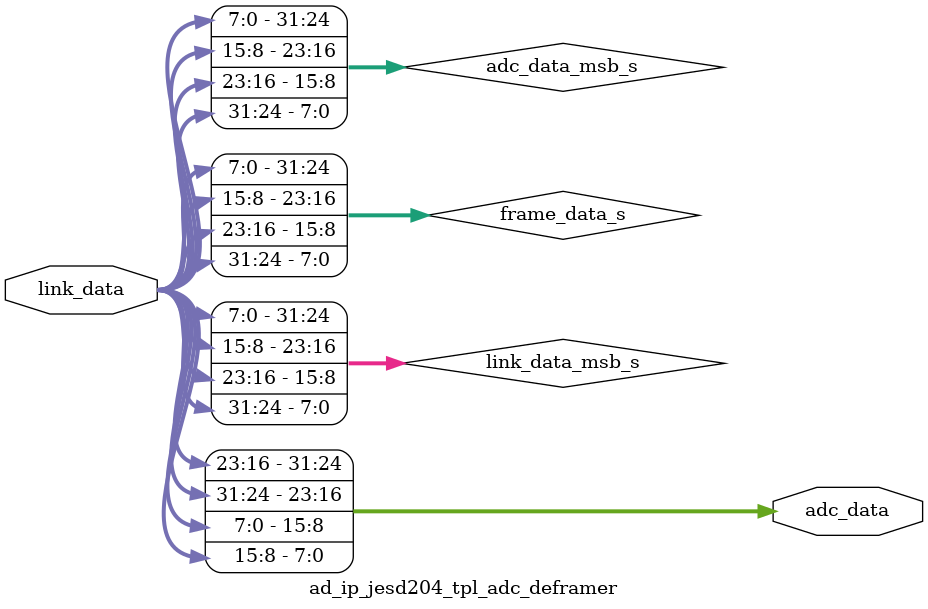
<source format=v>

`timescale 1ns/100ps

module ad_ip_jesd204_tpl_adc_deframer #(
  parameter NUM_LANES = 1,
  parameter NUM_CHANNELS = 1,
  parameter CHANNEL_WIDTH = 16,
  parameter OCTETS_PER_SAMPLE = 2
) (
  // jesd interface

  input [NUM_LANES*32-1:0] link_data,

   // adc data output

   output [NUM_LANES*CHANNEL_WIDTH*(4/OCTETS_PER_SAMPLE)-1:0] adc_data
 );

  // Fixed for now
  localparam SAMPLES_PER_FRAME = 1;
  localparam OCTETS_PER_BEAT = 4;

  localparam BITS_PER_SAMPLE = OCTETS_PER_SAMPLE * 8;
  localparam BITS_PER_FRAME = BITS_PER_SAMPLE * SAMPLES_PER_FRAME *
                              NUM_CHANNELS / NUM_LANES;
  localparam FRAMES_PER_BEAT = OCTETS_PER_BEAT / (BITS_PER_FRAME / 8);
  localparam TOTAL_BITS = OCTETS_PER_BEAT * 8 * NUM_LANES;

  wire [TOTAL_BITS-1:0] link_data_msb_s;
  wire [TOTAL_BITS-1:0] frame_data_s;
  wire [TOTAL_BITS-1:0] adc_data_msb_s;

  generate
  genvar i;
  genvar j;

  // Reorder octets LSB first
  for (i = 0; i < NUM_LANES*OCTETS_PER_BEAT; i = i + 1) begin: whatever
    localparam src_lsb = i*8;
    localparam dst_msb = TOTAL_BITS - 1 - src_lsb;

    assign link_data_msb_s[dst_msb-:8] = link_data[src_lsb+:8];
  end

  // Group data by frames
  for (i = 0; i < FRAMES_PER_BEAT; i = i + 1) begin: g_frame_outer
    for (j = 0; j < NUM_LANES; j = j + 1) begin: g_frame_inner
      localparam src_lsb = (i + j * FRAMES_PER_BEAT) * BITS_PER_FRAME;
      localparam dst_lsb = (j + i * NUM_LANES) * BITS_PER_FRAME;

      assign frame_data_s[dst_lsb+:BITS_PER_FRAME] = link_data_msb_s[src_lsb+:BITS_PER_FRAME];
    end
  end

  // Group data by channels
  for (i = 0; i < NUM_CHANNELS; i = i + 1) begin: g_framer_outer
    for (j = 0; j < FRAMES_PER_BEAT; j = j + 1) begin: g_framer_inner
      localparam w = SAMPLES_PER_FRAME * BITS_PER_SAMPLE;
      localparam src_lsb = (i + j * NUM_CHANNELS) * w;
      localparam dst_lsb = (j + i * FRAMES_PER_BEAT) * w;

      assign adc_data_msb_s[dst_lsb+:w] = frame_data_s[src_lsb+:w];
    end
  end

  // Reorder samples MSB first and drop tail bits
  for (i = 0; i < NUM_CHANNELS * SAMPLES_PER_FRAME * FRAMES_PER_BEAT; i = i + 1) begin: joho
    localparam dst_lsb = i * CHANNEL_WIDTH;
    localparam src_msb = TOTAL_BITS - 1 - i * BITS_PER_SAMPLE;

    assign adc_data[dst_lsb+:CHANNEL_WIDTH] = adc_data_msb_s[src_msb-:CHANNEL_WIDTH];
  end
  endgenerate

endmodule

</source>
